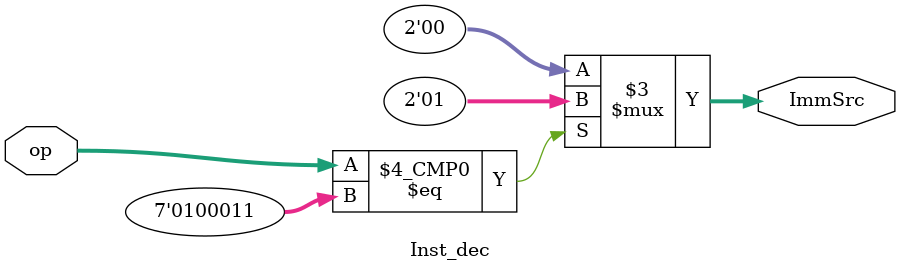
<source format=v>
module Inst_dec  ( 
    //input  [2:0] funct3,      // Champ funct3 de l’instruction
	 input   [6:0]     op,    
    output reg [1:0] ImmSrc // Signal de commande pour l’ALU
);
 // Définition des opcodes RISC-V
    localparam OP_load = 7'b0000011; // LW, LH, LB
    localparam OP_S_type = 7'b0100011; // SW, SH, SB

    // Logique combinatoire pour déterminer ImmSrc
    always @(*) begin
        case (op)
            OP_load: ImmSrc = 2'b00; // I-Type (Load et ALU Imm)
            OP_S_type:                    ImmSrc = 2'b01; // S-Type (Store)
            default:                      ImmSrc = 2'b00; // Valeur par défaut (ou X)
        endcase
    end

endmodule
</source>
